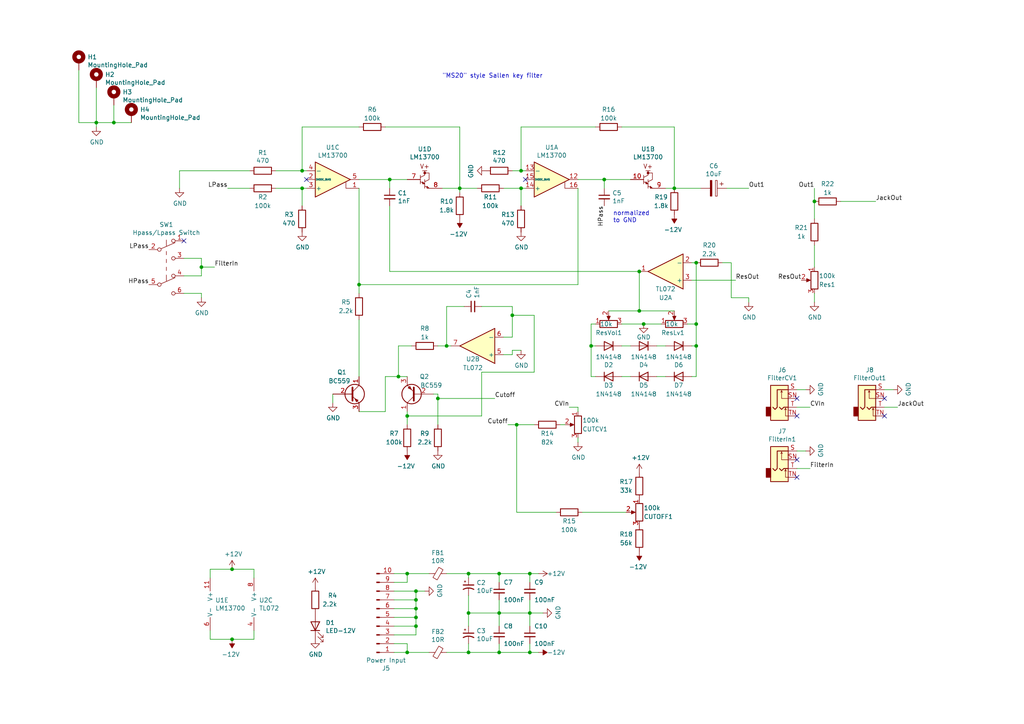
<source format=kicad_sch>
(kicad_sch (version 20211123) (generator eeschema)
  (paper "A4")
  (lib_symbols
    (symbol "Amplifier_Operational:LM13700" (pin_names (offset 0.127))
      (property "Reference" "U" (at 3.81 5.08 0))
      (property "Value" "LM13700" (at 5.08 -5.08 0))
      (symbol "LM13700_1_1"
        (polyline (pts (xy 3.81 -0.635) (xy 3.81 -2.54) (xy 5.08 -2.54)))
        (polyline (pts (xy 5.08 0) (xy -5.08 -5.08) (xy -5.08 5.08) (xy 5.08 0)) (stroke (width 0.254)) (fill (type background)))
        (pin output line (at 7.62 0 180) (length 2.54) (name "~") (number "12"))
        (pin input line (at -7.62 2.54 0) (length 2.54) (name "-") (number "13"))
        (pin input line (at -7.62 -2.54 0) (length 2.54) (name "+") (number "14"))
        (pin input line (at -7.62 0 0) (length 2.54) (name "DIODE_BIAS") (number "15"))
        (pin input line (at 7.62 -2.54 180) (length 2.54) (name "~") (number "16"))
      )
      (symbol "LM13700_2_0"
        (polyline (pts (xy -1.905 2.54) (xy -3.175 2.54)))
      )
      (symbol "LM13700_2_1"
        (circle (center -2.54 1.905) (radius 0.254) (stroke (width 0.254)) (fill (type outline)))
        (polyline (pts (xy -3.81 -0.635) (xy -2.54 -1.27)))
        (polyline (pts (xy -3.81 1.27) (xy -3.81 -1.27)))
        (polyline (pts (xy -2.54 -1.905) (xy -1.27 -2.54)))
        (polyline (pts (xy -2.54 0) (xy -2.54 -2.54)))
        (polyline (pts (xy -3.81 0.635) (xy -2.54 1.27) (xy -2.54 1.905) (xy -2.54 2.54)))
        (polyline (pts (xy -2.54 -1.27) (xy -3.175 -0.635) (xy -3.175 -1.27) (xy -2.54 -1.27)) (fill (type outline)))
        (polyline (pts (xy -2.54 -0.635) (xy -1.27 0) (xy -1.27 1.905) (xy -2.54 1.905)))
        (polyline (pts (xy -1.27 -2.54) (xy -1.905 -1.905) (xy -1.905 -2.54) (xy -1.27 -2.54)) (fill (type outline)))
        (text "V+" (at -2.54 3.81 0) (effects (font (size 1.27 1.27))))
        (pin input line (at -7.62 0 0) (length 3.81) (name "~") (number "10"))
        (pin output line (at 2.54 -2.54 180) (length 3.81) (name "~") (number "9"))
      )
      (symbol "LM13700_3_1"
        (polyline (pts (xy 3.81 -0.635) (xy 3.81 -2.54) (xy 5.08 -2.54)))
        (polyline (pts (xy 5.08 0) (xy -5.08 -5.08) (xy -5.08 5.08) (xy 5.08 0)) (stroke (width 0.254)) (fill (type background)))
        (pin input line (at 7.62 -2.54 180) (length 2.54) (name "~") (number "1"))
        (pin input line (at -7.62 0 0) (length 2.54) (name "DIODE_BIAS") (number "2"))
        (pin input line (at -7.62 -2.54 0) (length 2.54) (name "+") (number "3"))
        (pin input line (at -7.62 2.54 0) (length 2.54) (name "-") (number "4"))
        (pin output line (at 7.62 0 180) (length 2.54) (name "~") (number "5"))
      )
      (symbol "LM13700_4_0"
        (polyline (pts (xy -3.175 2.54) (xy -1.905 2.54)))
        (text "V+" (at -2.54 3.81 0) (effects (font (size 1.27 1.27))))
      )
      (symbol "LM13700_4_1"
        (circle (center -2.54 1.905) (radius 0.254) (stroke (width 0.254)) (fill (type outline)))
        (polyline (pts (xy -3.81 -0.635) (xy -2.54 -1.27)))
        (polyline (pts (xy -3.81 1.27) (xy -3.81 -1.27)))
        (polyline (pts (xy -2.54 -1.905) (xy -1.27 -2.54)))
        (polyline (pts (xy -2.54 0) (xy -2.54 -2.54)))
        (polyline (pts (xy -3.81 0.635) (xy -2.54 1.27) (xy -2.54 2.54)))
        (polyline (pts (xy -2.54 -1.27) (xy -3.175 -0.635) (xy -3.175 -1.27) (xy -2.54 -1.27)) (fill (type outline)))
        (polyline (pts (xy -2.54 -0.635) (xy -1.27 0) (xy -1.27 1.905) (xy -2.54 1.905)))
        (polyline (pts (xy -1.27 -2.54) (xy -1.905 -1.905) (xy -1.905 -2.54) (xy -1.27 -2.54)) (fill (type outline)))
        (pin input line (at -7.62 0 0) (length 3.81) (name "~") (number "7"))
        (pin output line (at 2.54 -2.54 180) (length 3.81) (name "~") (number "8"))
      )
      (symbol "LM13700_5_1"
        (pin power_in line (at -2.54 7.62 270) (length 3.81) (name "V+") (number "11"))
        (pin power_in line (at -2.54 -7.62 90) (length 3.81) (name "V-") (number "6"))
      )
    )
    (symbol "Amplifier_Operational:TL072" (pin_names (offset 0.127))
      (property "Reference" "U" (at 0 5.08 0))
      (property "Value" "TL072" (at 0 -5.08 0))
      (symbol "TL072_1_1"
        (polyline (pts (xy -5.08 5.08) (xy 5.08 0) (xy -5.08 -5.08) (xy -5.08 5.08)) (stroke (width 0.254)) (fill (type background)))
        (pin output line (at 7.62 0 180) (length 2.54) (name "~") (number "1"))
        (pin input line (at -7.62 -2.54 0) (length 2.54) (name "-") (number "2"))
        (pin input line (at -7.62 2.54 0) (length 2.54) (name "+") (number "3"))
      )
      (symbol "TL072_2_1"
        (polyline (pts (xy -5.08 5.08) (xy 5.08 0) (xy -5.08 -5.08) (xy -5.08 5.08)) (stroke (width 0.254)) (fill (type background)))
        (pin input line (at -7.62 2.54 0) (length 2.54) (name "+") (number "5"))
        (pin input line (at -7.62 -2.54 0) (length 2.54) (name "-") (number "6"))
        (pin output line (at 7.62 0 180) (length 2.54) (name "~") (number "7"))
      )
      (symbol "TL072_3_1"
        (pin power_in line (at -2.54 -7.62 90) (length 3.81) (name "V-") (number "4"))
        (pin power_in line (at -2.54 7.62 270) (length 3.81) (name "V+") (number "8"))
      )
    )
    (symbol "Connector:AudioJack2_Switch"
      (property "Reference" "J" (at 0 11.43 0))
      (property "Value" "AudioJack2_Switch" (at 0 8.89 0))
      (symbol "AudioJack2_Switch_0_1"
        (rectangle (start -2.54 0) (end -3.81 -2.54) (stroke (width 0.254)) (fill (type outline)))
        (rectangle (start 2.54 6.35) (end -2.54 -3.81) (stroke (width 0.254)) (fill (type background)))
      )
      (symbol "AudioJack2_Switch_1_1"
        (polyline (pts (xy 0.635 4.826) (xy 0.889 4.318)))
        (polyline (pts (xy 1.778 -0.254) (xy 2.032 -0.762)))
        (polyline (pts (xy 0 0) (xy 0.635 -0.635) (xy 1.27 0) (xy 2.54 0)) (stroke (width 0.254)))
        (polyline (pts (xy 2.54 -2.54) (xy 1.778 -2.54) (xy 1.778 -0.254) (xy 1.524 -0.762)))
        (polyline (pts (xy 2.54 2.54) (xy 0.635 2.54) (xy 0.635 4.826) (xy 0.381 4.318)))
        (polyline (pts (xy 2.54 5.08) (xy -0.635 5.08) (xy -0.635 0) (xy -1.27 -0.635) (xy -1.905 0)) (stroke (width 0.254)))
        (pin passive line (at 5.08 5.08 180) (length 2.54) (name "~") (number "S"))
        (pin passive line (at 5.08 2.54 180) (length 2.54) (name "~") (number "SN"))
        (pin passive line (at 5.08 0 180) (length 2.54) (name "~") (number "T"))
        (pin passive line (at 5.08 -2.54 180) (length 2.54) (name "~") (number "TN"))
      )
    )
    (symbol "Connector:Conn_01x10_Male" (pin_names (offset 1.016) hide)
      (property "Reference" "J" (at 0 12.7 0))
      (property "Value" "Conn_01x10_Male" (at 0 -15.24 0))
      (symbol "Conn_01x10_Male_1_1"
        (polyline (pts (xy 1.27 -12.7) (xy 0.8636 -12.7)) (stroke (width 0.1524)))
        (polyline (pts (xy 1.27 -10.16) (xy 0.8636 -10.16)) (stroke (width 0.1524)))
        (polyline (pts (xy 1.27 -7.62) (xy 0.8636 -7.62)) (stroke (width 0.1524)))
        (polyline (pts (xy 1.27 -5.08) (xy 0.8636 -5.08)) (stroke (width 0.1524)))
        (polyline (pts (xy 1.27 -2.54) (xy 0.8636 -2.54)) (stroke (width 0.1524)))
        (polyline (pts (xy 1.27 0) (xy 0.8636 0)) (stroke (width 0.1524)))
        (polyline (pts (xy 1.27 2.54) (xy 0.8636 2.54)) (stroke (width 0.1524)))
        (polyline (pts (xy 1.27 5.08) (xy 0.8636 5.08)) (stroke (width 0.1524)))
        (polyline (pts (xy 1.27 7.62) (xy 0.8636 7.62)) (stroke (width 0.1524)))
        (polyline (pts (xy 1.27 10.16) (xy 0.8636 10.16)) (stroke (width 0.1524)))
        (rectangle (start 0.8636 -12.573) (end 0 -12.827) (stroke (width 0.1524)) (fill (type outline)))
        (rectangle (start 0.8636 -10.033) (end 0 -10.287) (stroke (width 0.1524)) (fill (type outline)))
        (rectangle (start 0.8636 -7.493) (end 0 -7.747) (stroke (width 0.1524)) (fill (type outline)))
        (rectangle (start 0.8636 -4.953) (end 0 -5.207) (stroke (width 0.1524)) (fill (type outline)))
        (rectangle (start 0.8636 -2.413) (end 0 -2.667) (stroke (width 0.1524)) (fill (type outline)))
        (rectangle (start 0.8636 0.127) (end 0 -0.127) (stroke (width 0.1524)) (fill (type outline)))
        (rectangle (start 0.8636 2.667) (end 0 2.413) (stroke (width 0.1524)) (fill (type outline)))
        (rectangle (start 0.8636 5.207) (end 0 4.953) (stroke (width 0.1524)) (fill (type outline)))
        (rectangle (start 0.8636 7.747) (end 0 7.493) (stroke (width 0.1524)) (fill (type outline)))
        (rectangle (start 0.8636 10.287) (end 0 10.033) (stroke (width 0.1524)) (fill (type outline)))
        (pin passive line (at 5.08 10.16 180) (length 3.81) (name "Pin_1") (number "1"))
        (pin passive line (at 5.08 -12.7 180) (length 3.81) (name "Pin_10") (number "10"))
        (pin passive line (at 5.08 7.62 180) (length 3.81) (name "Pin_2") (number "2"))
        (pin passive line (at 5.08 5.08 180) (length 3.81) (name "Pin_3") (number "3"))
        (pin passive line (at 5.08 2.54 180) (length 3.81) (name "Pin_4") (number "4"))
        (pin passive line (at 5.08 0 180) (length 3.81) (name "Pin_5") (number "5"))
        (pin passive line (at 5.08 -2.54 180) (length 3.81) (name "Pin_6") (number "6"))
        (pin passive line (at 5.08 -5.08 180) (length 3.81) (name "Pin_7") (number "7"))
        (pin passive line (at 5.08 -7.62 180) (length 3.81) (name "Pin_8") (number "8"))
        (pin passive line (at 5.08 -10.16 180) (length 3.81) (name "Pin_9") (number "9"))
      )
    )
    (symbol "Device:CP" (pin_numbers hide) (pin_names (offset 0.254))
      (property "Reference" "C" (at 0.635 2.54 0))
      (property "Value" "Device_CP" (at 0.635 -2.54 0))
      (symbol "CP_0_1"
        (rectangle (start -2.286 0.508) (end 2.286 1.016))
        (polyline (pts (xy -1.778 2.286) (xy -0.762 2.286)))
        (polyline (pts (xy -1.27 2.794) (xy -1.27 1.778)))
        (rectangle (start 2.286 -0.508) (end -2.286 -1.016) (fill (type outline)))
      )
      (symbol "CP_1_1"
        (pin passive line (at 0 3.81 270) (length 2.794) (name "~") (number "1"))
        (pin passive line (at 0 -3.81 90) (length 2.794) (name "~") (number "2"))
      )
    )
    (symbol "Device:CP1_Small" (pin_numbers hide) (pin_names (offset 0.254) hide)
      (property "Reference" "C" (at 0.254 1.778 0))
      (property "Value" "Device_CP1_Small" (at 0.254 -2.032 0))
      (symbol "CP1_Small_0_1"
        (polyline (pts (xy -1.524 0.508) (xy 1.524 0.508)) (stroke (width 0.3048)))
        (polyline (pts (xy -1.27 1.524) (xy -0.762 1.524)))
        (polyline (pts (xy -1.016 1.27) (xy -1.016 1.778)))
        (arc (start 1.524 -0.762) (mid 0 -0.3734) (end -1.524 -0.762) (stroke (width 0.3048)))
      )
      (symbol "CP1_Small_1_1"
        (pin passive line (at 0 2.54 270) (length 2.032) (name "~") (number "1"))
        (pin passive line (at 0 -2.54 90) (length 2.032) (name "~") (number "2"))
      )
    )
    (symbol "Device:C_Small" (pin_numbers hide) (pin_names (offset 0.254) hide)
      (property "Reference" "C" (at 0.254 1.778 0))
      (property "Value" "C_Small" (at 0.254 -2.032 0))
      (symbol "C_Small_0_1"
        (polyline (pts (xy -1.524 -0.508) (xy 1.524 -0.508)) (stroke (width 0.3302)))
        (polyline (pts (xy -1.524 0.508) (xy 1.524 0.508)) (stroke (width 0.3048)))
      )
      (symbol "C_Small_1_1"
        (pin passive line (at 0 2.54 270) (length 2.032) (name "~") (number "1"))
        (pin passive line (at 0 -2.54 90) (length 2.032) (name "~") (number "2"))
      )
    )
    (symbol "Device:D" (pin_numbers hide) (pin_names (offset 1.016) hide)
      (property "Reference" "D" (at 0 2.54 0))
      (property "Value" "D" (at 0 -2.54 0))
      (symbol "D_0_1"
        (polyline (pts (xy -1.27 1.27) (xy -1.27 -1.27)) (stroke (width 0.254)))
        (polyline (pts (xy 1.27 0) (xy -1.27 0)))
        (polyline (pts (xy 1.27 1.27) (xy 1.27 -1.27) (xy -1.27 0) (xy 1.27 1.27)) (stroke (width 0.254)))
      )
      (symbol "D_1_1"
        (pin passive line (at -3.81 0 0) (length 2.54) (name "K") (number "1"))
        (pin passive line (at 3.81 0 180) (length 2.54) (name "A") (number "2"))
      )
    )
    (symbol "Device:Ferrite_Bead_Small" (pin_numbers hide) (pin_names (offset 0))
      (property "Reference" "FB" (at 1.905 1.27 0))
      (property "Value" "Device_Ferrite_Bead_Small" (at 1.905 -1.27 0))
      (symbol "Ferrite_Bead_Small_0_1"
        (polyline (pts (xy 0 -1.27) (xy 0 -0.7874)))
        (polyline (pts (xy 0 0.889) (xy 0 1.2954)))
        (polyline (pts (xy -1.8288 0.2794) (xy -1.1176 1.4986) (xy 1.8288 -0.2032) (xy 1.1176 -1.4224) (xy -1.8288 0.2794)))
      )
      (symbol "Ferrite_Bead_Small_1_1"
        (pin passive line (at 0 2.54 270) (length 1.27) (name "~") (number "1"))
        (pin passive line (at 0 -2.54 90) (length 1.27) (name "~") (number "2"))
      )
    )
    (symbol "Device:LED" (pin_numbers hide) (pin_names (offset 1.016) hide)
      (property "Reference" "D" (at 0 2.54 0))
      (property "Value" "LED" (at 0 -2.54 0))
      (symbol "LED_0_1"
        (polyline (pts (xy -1.27 -1.27) (xy -1.27 1.27)) (stroke (width 0.254)))
        (polyline (pts (xy -1.27 0) (xy 1.27 0)))
        (polyline (pts (xy 1.27 -1.27) (xy 1.27 1.27) (xy -1.27 0) (xy 1.27 -1.27)) (stroke (width 0.254)))
        (polyline (pts (xy -3.048 -0.762) (xy -4.572 -2.286) (xy -3.81 -2.286) (xy -4.572 -2.286) (xy -4.572 -1.524)))
        (polyline (pts (xy -1.778 -0.762) (xy -3.302 -2.286) (xy -2.54 -2.286) (xy -3.302 -2.286) (xy -3.302 -1.524)))
      )
      (symbol "LED_1_1"
        (pin passive line (at -3.81 0 0) (length 2.54) (name "K") (number "1"))
        (pin passive line (at 3.81 0 180) (length 2.54) (name "A") (number "2"))
      )
    )
    (symbol "Device:R" (pin_numbers hide) (pin_names (offset 0))
      (property "Reference" "R" (at 2.032 0 90))
      (property "Value" "R" (at 0 0 90))
      (symbol "R_0_1"
        (rectangle (start -1.016 -2.54) (end 1.016 2.54) (stroke (width 0.254)))
      )
      (symbol "R_1_1"
        (pin passive line (at 0 3.81 270) (length 1.27) (name "~") (number "1"))
        (pin passive line (at 0 -3.81 90) (length 1.27) (name "~") (number "2"))
      )
    )
    (symbol "Device:R_POT" (pin_names (offset 1.016) hide)
      (property "Reference" "RV" (at -4.445 0 90))
      (property "Value" "Device_R_POT" (at -2.54 0 90))
      (symbol "R_POT_0_1"
        (polyline (pts (xy 2.54 0) (xy 1.524 0)))
        (polyline (pts (xy 1.143 0) (xy 2.286 0.508) (xy 2.286 -0.508) (xy 1.143 0)) (fill (type outline)))
        (rectangle (start 1.016 2.54) (end -1.016 -2.54) (stroke (width 0.254)))
      )
      (symbol "R_POT_1_1"
        (pin passive line (at 0 3.81 270) (length 1.27) (name "1") (number "1"))
        (pin passive line (at 3.81 0 180) (length 1.27) (name "2") (number "2"))
        (pin passive line (at 0 -3.81 90) (length 1.27) (name "3") (number "3"))
      )
    )
    (symbol "Mechanical:MountingHole_Pad" (pin_numbers hide) (pin_names (offset 1.016) hide)
      (property "Reference" "H" (at 0 6.35 0))
      (property "Value" "MountingHole_Pad" (at 0 4.445 0))
      (symbol "MountingHole_Pad_0_1"
        (circle (center 0 1.27) (radius 1.27) (stroke (width 1.27)))
      )
      (symbol "MountingHole_Pad_1_1"
        (pin input line (at 0 -2.54 90) (length 2.54) (name "1") (number "1"))
      )
    )
    (symbol "Switch:SW_Push_DPDT" (pin_names (offset 0) hide)
      (property "Reference" "SW" (at 0 8.89 0))
      (property "Value" "SW_Push_DPDT" (at 0 -10.16 0))
      (symbol "SW_Push_DPDT_0_0"
        (circle (center -2.032 -5.08) (radius 0.508))
        (circle (center -2.032 5.08) (radius 0.508))
        (circle (center 2.032 -7.62) (radius 0.508))
        (circle (center 2.032 2.54) (radius 0.508))
      )
      (symbol "SW_Push_DPDT_0_1"
        (polyline (pts (xy -1.524 -4.826) (xy 2.54 -3.048)))
        (polyline (pts (xy -1.524 5.334) (xy 2.54 7.112)))
        (polyline (pts (xy 0 -2.286) (xy 0 -4.064)))
        (polyline (pts (xy 0 -1.016) (xy 0 0)))
        (polyline (pts (xy 0 1.27) (xy 0 2.286)))
        (polyline (pts (xy 0 3.556) (xy 0 4.572)))
        (polyline (pts (xy 0 7.874) (xy 0 6.096)))
        (circle (center 2.032 -2.54) (radius 0.508))
        (circle (center 2.032 7.62) (radius 0.508))
      )
      (symbol "SW_Push_DPDT_1_1"
        (pin passive line (at 5.08 7.62 180) (length 2.54) (name "A") (number "1"))
        (pin passive line (at -5.08 5.08 0) (length 2.54) (name "B") (number "2"))
        (pin passive line (at 5.08 2.54 180) (length 2.54) (name "C") (number "3"))
        (pin passive line (at 5.08 -2.54 180) (length 2.54) (name "A") (number "4"))
        (pin passive line (at -5.08 -5.08 0) (length 2.54) (name "B") (number "5"))
        (pin passive line (at 5.08 -7.62 180) (length 2.54) (name "C") (number "6"))
      )
    )
    (symbol "Transistor_BJT:BC559" (pin_names (offset 0) hide)
      (property "Reference" "Q" (at 5.08 1.905 0))
      (property "Value" "BC559" (at 5.08 0 0))
      (symbol "BC559_0_1"
        (polyline (pts (xy 0.635 0.635) (xy 2.54 2.54)))
        (polyline (pts (xy 0.635 -0.635) (xy 2.54 -2.54) (xy 2.54 -2.54)))
        (polyline (pts (xy 0.635 1.905) (xy 0.635 -1.905) (xy 0.635 -1.905)) (stroke (width 0.508)))
        (polyline (pts (xy 2.286 -1.778) (xy 1.778 -2.286) (xy 1.27 -1.27) (xy 2.286 -1.778) (xy 2.286 -1.778)) (fill (type outline)))
        (circle (center 1.27 0) (radius 2.8194) (stroke (width 0.254)))
      )
      (symbol "BC559_1_1"
        (pin passive line (at 2.54 5.08 270) (length 2.54) (name "C") (number "1"))
        (pin input line (at -5.08 0 0) (length 5.715) (name "B") (number "2"))
        (pin passive line (at 2.54 -5.08 90) (length 2.54) (name "E") (number "3"))
      )
    )
    (symbol "power:+12V" (power) (pin_names (offset 0))
      (property "Value" "+12V" (at 0 3.556 0))
      (symbol "+12V_0_1"
        (polyline (pts (xy -0.762 1.27) (xy 0 2.54)))
        (polyline (pts (xy 0 0) (xy 0 2.54)))
        (polyline (pts (xy 0 2.54) (xy 0.762 1.27)))
      )
      (symbol "+12V_1_1"
        (pin power_in line (at 0 0 90) (length 0) hide (name "+12V") (number "1"))
      )
    )
    (symbol "power:-12V" (power) (pin_names (offset 0))
      (property "Value" "-12V" (at 0 3.81 0))
      (symbol "-12V_0_0"
        (pin power_in line (at 0 0 90) (length 0) hide (name "-12V") (number "1"))
      )
      (symbol "-12V_0_1"
        (polyline (pts (xy 0 0) (xy 0 1.27) (xy 0.762 1.27) (xy 0 2.54) (xy -0.762 1.27) (xy 0 1.27)) (fill (type outline)))
      )
    )
    (symbol "power:GND" (power) (pin_names (offset 0))
      (property "Value" "GND" (at 0 -3.81 0))
      (symbol "GND_0_1"
        (polyline (pts (xy 0 0) (xy 0 -1.27) (xy 1.27 -1.27) (xy 0 -2.54) (xy -1.27 -1.27) (xy 0 -1.27)))
      )
      (symbol "GND_1_1"
        (pin power_in line (at 0 0 270) (length 0) hide (name "GND") (number "1"))
      )
    )
  )
  (junction (at 118.11 120.65))
  (junction (at 153.67 166.37))
  (junction (at 104.14 82.55))
  (junction (at 186.69 93.98))
  (junction (at 153.67 189.23))
  (junction (at 120.65 179.07))
  (junction (at 133.35 54.61))
  (junction (at 58.42 77.47))
  (junction (at 201.93 93.98))
  (junction (at 33.02 35.56))
  (junction (at 151.13 49.53))
  (junction (at 129.54 100.33))
  (junction (at 144.78 166.37))
  (junction (at 113.03 52.07))
  (junction (at 201.93 76.2))
  (junction (at 135.89 189.23))
  (junction (at 148.59 91.44))
  (junction (at 171.45 100.33))
  (junction (at 120.65 181.61))
  (junction (at 118.11 166.37))
  (junction (at 120.65 176.53))
  (junction (at 149.86 123.19))
  (junction (at 185.42 90.17))
  (junction (at 151.13 54.61))
  (junction (at 67.31 165.1))
  (junction (at 201.93 100.33))
  (junction (at 120.65 173.99))
  (junction (at 27.94 35.56))
  (junction (at 87.63 54.61))
  (junction (at 120.65 171.45))
  (junction (at 144.78 177.8))
  (junction (at 135.89 177.8))
  (junction (at 135.89 166.37))
  (junction (at 195.58 54.61))
  (junction (at 236.22 58.42))
  (junction (at 67.31 185.42))
  (junction (at 144.78 189.23))
  (junction (at 118.11 189.23))
  (junction (at 153.67 177.8))
  (junction (at 87.63 49.53))
  (junction (at 127 115.57))
  (junction (at 175.26 52.07))
  (junction (at 185.42 78.74))
  (junction (at 115.57 109.22))
  (no_connect (at 53.34 69.85))
  (no_connect (at 256.54 120.65))
  (no_connect (at 231.14 133.35))
  (no_connect (at 152.4 52.07))
  (no_connect (at 231.14 120.65))
  (no_connect (at 231.14 115.57))
  (no_connect (at 256.54 115.57))
  (no_connect (at 231.14 138.43))
  (no_connect (at 88.9 52.07))
  (wire (pts (xy 58.42 74.93) (xy 58.42 77.47)))
  (wire (pts (xy 120.65 181.61) (xy 120.65 179.07)))
  (wire (pts (xy 148.59 91.44) (xy 148.59 88.9)))
  (wire (pts (xy 231.14 130.81) (xy 233.68 130.81)))
  (wire (pts (xy 201.93 93.98) (xy 201.93 100.33)))
  (wire (pts (xy 87.63 54.61) (xy 87.63 59.69)))
  (wire (pts (xy 118.11 120.65) (xy 139.7 120.65)))
  (wire (pts (xy 200.66 100.33) (xy 201.93 100.33)))
  (wire (pts (xy 144.78 189.23) (xy 153.67 189.23)))
  (wire (pts (xy 135.89 186.69) (xy 135.89 189.23)))
  (wire (pts (xy 167.64 127) (xy 167.64 128.27)))
  (wire (pts (xy 171.45 100.33) (xy 171.45 109.22)))
  (wire (pts (xy 171.45 109.22) (xy 172.72 109.22)))
  (wire (pts (xy 38.1 35.56) (xy 33.02 35.56)))
  (wire (pts (xy 236.22 87.63) (xy 236.22 85.09)))
  (wire (pts (xy 72.39 49.53) (xy 52.07 49.53)))
  (wire (pts (xy 185.42 78.74) (xy 113.03 78.74)))
  (wire (pts (xy 125.73 114.3) (xy 127 114.3)))
  (wire (pts (xy 153.67 177.8) (xy 157.48 177.8)))
  (wire (pts (xy 67.31 185.42) (xy 60.96 185.42)))
  (wire (pts (xy 135.89 189.23) (xy 144.78 189.23)))
  (wire (pts (xy 127 114.3) (xy 127 115.57)))
  (wire (pts (xy 182.88 109.22) (xy 180.34 109.22)))
  (wire (pts (xy 185.42 78.74) (xy 185.42 90.17)))
  (wire (pts (xy 123.19 171.45) (xy 120.65 171.45)))
  (wire (pts (xy 114.3 171.45) (xy 120.65 171.45)))
  (wire (pts (xy 135.89 172.72) (xy 135.89 177.8)))
  (wire (pts (xy 209.55 76.2) (xy 212.09 76.2)))
  (wire (pts (xy 151.13 49.53) (xy 152.4 49.53)))
  (wire (pts (xy 114.3 168.91) (xy 118.11 168.91)))
  (wire (pts (xy 175.26 52.07) (xy 175.26 54.61)))
  (wire (pts (xy 139.7 120.65) (xy 139.7 107.95)))
  (wire (pts (xy 148.59 97.79) (xy 148.59 91.44)))
  (wire (pts (xy 113.03 78.74) (xy 113.03 59.69)))
  (wire (pts (xy 128.27 54.61) (xy 133.35 54.61)))
  (wire (pts (xy 104.14 82.55) (xy 104.14 54.61)))
  (wire (pts (xy 144.78 186.69) (xy 144.78 189.23)))
  (wire (pts (xy 115.57 100.33) (xy 115.57 109.22)))
  (wire (pts (xy 114.3 186.69) (xy 118.11 186.69)))
  (wire (pts (xy 151.13 54.61) (xy 146.05 54.61)))
  (wire (pts (xy 153.67 173.99) (xy 153.67 177.8)))
  (wire (pts (xy 180.34 93.98) (xy 186.69 93.98)))
  (wire (pts (xy 167.64 82.55) (xy 104.14 82.55)))
  (wire (pts (xy 120.65 171.45) (xy 120.65 173.99)))
  (wire (pts (xy 172.72 100.33) (xy 171.45 100.33)))
  (wire (pts (xy 118.11 120.65) (xy 118.11 123.19)))
  (wire (pts (xy 127 100.33) (xy 129.54 100.33)))
  (wire (pts (xy 256.54 113.03) (xy 259.08 113.03)))
  (wire (pts (xy 114.3 173.99) (xy 120.65 173.99)))
  (wire (pts (xy 72.39 54.61) (xy 66.04 54.61)))
  (wire (pts (xy 153.67 166.37) (xy 156.21 166.37)))
  (wire (pts (xy 234.95 135.89) (xy 231.14 135.89)))
  (wire (pts (xy 58.42 85.09) (xy 53.34 85.09)))
  (wire (pts (xy 104.14 119.38) (xy 111.76 119.38)))
  (wire (pts (xy 120.65 179.07) (xy 120.65 176.53)))
  (wire (pts (xy 22.86 20.32) (xy 22.86 35.56)))
  (wire (pts (xy 212.09 76.2) (xy 212.09 86.36)))
  (wire (pts (xy 144.78 177.8) (xy 144.78 181.61)))
  (wire (pts (xy 236.22 71.12) (xy 236.22 77.47)))
  (wire (pts (xy 212.09 86.36) (xy 217.17 86.36)))
  (wire (pts (xy 149.86 123.19) (xy 147.32 123.19)))
  (wire (pts (xy 203.2 54.61) (xy 195.58 54.61)))
  (wire (pts (xy 87.63 36.83) (xy 87.63 49.53)))
  (wire (pts (xy 149.86 148.59) (xy 161.29 148.59)))
  (wire (pts (xy 87.63 49.53) (xy 80.01 49.53)))
  (wire (pts (xy 52.07 49.53) (xy 52.07 54.61)))
  (wire (pts (xy 73.66 182.88) (xy 73.66 185.42)))
  (wire (pts (xy 33.02 35.56) (xy 27.94 35.56)))
  (wire (pts (xy 154.94 107.95) (xy 154.94 91.44)))
  (wire (pts (xy 167.64 54.61) (xy 167.64 82.55)))
  (wire (pts (xy 193.04 109.22) (xy 190.5 109.22)))
  (wire (pts (xy 135.89 166.37) (xy 144.78 166.37)))
  (wire (pts (xy 195.58 36.83) (xy 180.34 36.83)))
  (wire (pts (xy 151.13 54.61) (xy 151.13 59.69)))
  (wire (pts (xy 114.3 189.23) (xy 118.11 189.23)))
  (wire (pts (xy 180.34 100.33) (xy 182.88 100.33)))
  (wire (pts (xy 135.89 167.64) (xy 135.89 166.37)))
  (wire (pts (xy 144.78 166.37) (xy 153.67 166.37)))
  (wire (pts (xy 153.67 177.8) (xy 153.67 181.61)))
  (wire (pts (xy 168.91 148.59) (xy 181.61 148.59)))
  (wire (pts (xy 111.76 109.22) (xy 115.57 109.22)))
  (wire (pts (xy 201.93 100.33) (xy 201.93 109.22)))
  (wire (pts (xy 201.93 93.98) (xy 199.39 93.98)))
  (wire (pts (xy 186.69 93.98) (xy 191.77 93.98)))
  (wire (pts (xy 148.59 101.6) (xy 151.13 101.6)))
  (wire (pts (xy 127 115.57) (xy 127 123.19)))
  (wire (pts (xy 146.05 102.87) (xy 148.59 102.87)))
  (wire (pts (xy 134.62 88.9) (xy 129.54 88.9)))
  (wire (pts (xy 96.52 114.3) (xy 96.52 116.84)))
  (wire (pts (xy 153.67 189.23) (xy 156.21 189.23)))
  (wire (pts (xy 67.31 165.1) (xy 73.66 165.1)))
  (wire (pts (xy 210.82 54.61) (xy 217.17 54.61)))
  (wire (pts (xy 146.05 97.79) (xy 148.59 97.79)))
  (wire (pts (xy 113.03 52.07) (xy 118.11 52.07)))
  (wire (pts (xy 118.11 166.37) (xy 124.46 166.37)))
  (wire (pts (xy 162.56 123.19) (xy 163.83 123.19)))
  (wire (pts (xy 148.59 102.87) (xy 148.59 101.6)))
  (wire (pts (xy 120.65 184.15) (xy 120.65 181.61)))
  (wire (pts (xy 135.89 177.8) (xy 144.78 177.8)))
  (wire (pts (xy 113.03 52.07) (xy 113.03 54.61)))
  (wire (pts (xy 149.86 123.19) (xy 154.94 123.19)))
  (wire (pts (xy 67.31 185.42) (xy 73.66 185.42)))
  (wire (pts (xy 148.59 49.53) (xy 151.13 49.53)))
  (wire (pts (xy 62.23 77.47) (xy 58.42 77.47)))
  (wire (pts (xy 104.14 82.55) (xy 104.14 85.09)))
  (wire (pts (xy 139.7 107.95) (xy 154.94 107.95)))
  (wire (pts (xy 104.14 52.07) (xy 113.03 52.07)))
  (wire (pts (xy 73.66 165.1) (xy 73.66 167.64)))
  (wire (pts (xy 27.94 25.4) (xy 27.94 35.56)))
  (wire (pts (xy 236.22 58.42) (xy 236.22 63.5)))
  (wire (pts (xy 60.96 165.1) (xy 60.96 167.64)))
  (wire (pts (xy 153.67 186.69) (xy 153.67 189.23)))
  (wire (pts (xy 133.35 54.61) (xy 138.43 54.61)))
  (wire (pts (xy 80.01 54.61) (xy 87.63 54.61)))
  (wire (pts (xy 213.36 81.28) (xy 200.66 81.28)))
  (wire (pts (xy 243.84 58.42) (xy 254 58.42)))
  (wire (pts (xy 58.42 80.01) (xy 53.34 80.01)))
  (wire (pts (xy 234.95 118.11) (xy 231.14 118.11)))
  (wire (pts (xy 144.78 177.8) (xy 153.67 177.8)))
  (wire (pts (xy 148.59 88.9) (xy 139.7 88.9)))
  (wire (pts (xy 127 115.57) (xy 143.51 115.57)))
  (wire (pts (xy 135.89 177.8) (xy 135.89 181.61)))
  (wire (pts (xy 167.64 52.07) (xy 175.26 52.07)))
  (wire (pts (xy 144.78 173.99) (xy 144.78 177.8)))
  (wire (pts (xy 60.96 182.88) (xy 60.96 185.42)))
  (wire (pts (xy 33.02 30.48) (xy 33.02 35.56)))
  (wire (pts (xy 153.67 166.37) (xy 153.67 168.91)))
  (wire (pts (xy 120.65 173.99) (xy 120.65 176.53)))
  (wire (pts (xy 190.5 100.33) (xy 193.04 100.33)))
  (wire (pts (xy 133.35 55.88) (xy 133.35 54.61)))
  (wire (pts (xy 104.14 36.83) (xy 87.63 36.83)))
  (wire (pts (xy 118.11 119.38) (xy 118.11 120.65)))
  (wire (pts (xy 217.17 86.36) (xy 217.17 87.63)))
  (wire (pts (xy 185.42 90.17) (xy 195.58 90.17)))
  (wire (pts (xy 260.35 118.11) (xy 256.54 118.11)))
  (wire (pts (xy 201.93 76.2) (xy 201.93 93.98)))
  (wire (pts (xy 22.86 35.56) (xy 27.94 35.56)))
  (wire (pts (xy 172.72 36.83) (xy 151.13 36.83)))
  (wire (pts (xy 118.11 186.69) (xy 118.11 189.23)))
  (wire (pts (xy 27.94 35.56) (xy 27.94 36.83)))
  (wire (pts (xy 133.35 54.61) (xy 133.35 36.83)))
  (wire (pts (xy 118.11 168.91) (xy 118.11 166.37)))
  (wire (pts (xy 114.3 184.15) (xy 120.65 184.15)))
  (wire (pts (xy 119.38 100.33) (xy 115.57 100.33)))
  (wire (pts (xy 115.57 109.22) (xy 118.11 109.22)))
  (wire (pts (xy 165.1 118.11) (xy 167.64 118.11)))
  (wire (pts (xy 114.3 181.61) (xy 120.65 181.61)))
  (wire (pts (xy 195.58 54.61) (xy 195.58 36.83)))
  (wire (pts (xy 111.76 119.38) (xy 111.76 109.22)))
  (wire (pts (xy 185.42 90.17) (xy 176.53 90.17)))
  (wire (pts (xy 144.78 168.91) (xy 144.78 166.37)))
  (wire (pts (xy 114.3 166.37) (xy 118.11 166.37)))
  (wire (pts (xy 120.65 176.53) (xy 114.3 176.53)))
  (wire (pts (xy 193.04 54.61) (xy 195.58 54.61)))
  (wire (pts (xy 129.54 166.37) (xy 135.89 166.37)))
  (wire (pts (xy 151.13 36.83) (xy 151.13 49.53)))
  (wire (pts (xy 114.3 179.07) (xy 120.65 179.07)))
  (wire (pts (xy 175.26 52.07) (xy 182.88 52.07)))
  (wire (pts (xy 231.14 113.03) (xy 233.68 113.03)))
  (wire (pts (xy 104.14 92.71) (xy 104.14 109.22)))
  (wire (pts (xy 151.13 54.61) (xy 152.4 54.61)))
  (wire (pts (xy 149.86 123.19) (xy 149.86 148.59)))
  (wire (pts (xy 129.54 88.9) (xy 129.54 100.33)))
  (wire (pts (xy 67.31 165.1) (xy 60.96 165.1)))
  (wire (pts (xy 201.93 76.2) (xy 200.66 76.2)))
  (wire (pts (xy 58.42 77.47) (xy 58.42 80.01)))
  (wire (pts (xy 88.9 49.53) (xy 87.63 49.53)))
  (wire (pts (xy 201.93 109.22) (xy 200.66 109.22)))
  (wire (pts (xy 87.63 54.61) (xy 88.9 54.61)))
  (wire (pts (xy 236.22 54.61) (xy 236.22 58.42)))
  (wire (pts (xy 154.94 91.44) (xy 148.59 91.44)))
  (wire (pts (xy 129.54 189.23) (xy 135.89 189.23)))
  (wire (pts (xy 53.34 74.93) (xy 58.42 74.93)))
  (wire (pts (xy 171.45 93.98) (xy 171.45 100.33)))
  (wire (pts (xy 133.35 36.83) (xy 111.76 36.83)))
  (wire (pts (xy 172.72 93.98) (xy 171.45 93.98)))
  (wire (pts (xy 167.64 118.11) (xy 167.64 119.38)))
  (wire (pts (xy 58.42 86.36) (xy 58.42 85.09)))
  (wire (pts (xy 118.11 189.23) (xy 124.46 189.23)))
  (wire (pts (xy 129.54 100.33) (xy 130.81 100.33)))
  (text "normalized \nto GND" (at 177.8 64.77 0) (effects (font (size 1.27 1.27)) (justify left bottom)))
  (text "\"MS20\" style Sallen key filter" (at 128.27 22.86 0) (effects (font (size 1.27 1.27)) (justify left bottom)))
  (label "HPass" (at 175.26 59.69 270))
  (label "ResOut" (at 232.41 81.28 180))
  (label "FilterIn" (at 234.95 135.89 0))
  (label "JackOut" (at 260.35 118.11 0))
  (label "LPass" (at 66.04 54.61 180))
  (label "CVIn" (at 234.95 118.11 0))
  (label "HPass" (at 43.18 82.55 180))
  (label "Cutoff" (at 143.51 115.57 0))
  (label "LPass" (at 43.18 72.39 180))
  (label "CVIn" (at 165.1 118.11 180))
  (label "Cutoff" (at 147.32 123.19 180))
  (label "FilterIn" (at 62.23 77.47 0))
  (label "ResOut" (at 213.36 81.28 0))
  (label "JackOut" (at 254 58.42 0))
  (label "Out1" (at 236.22 54.61 180))
  (label "Out1" (at 217.17 54.61 0))
  (symbol (lib_id "Amplifier_Operational:LM13700") (at 160.02 52.07 0) (unit 1)
    (property "Reference" "U1" (at 160.02 42.7482 0))
    (property "Value" "LM13700" (at 160.02 45.0596 0))
    (property "Footprint" "Package_SO:SOIC-16_3.9x9.9mm_P1.27mm" (effects hide))
    (property "Datasheet" "http://www.ti.com/lit/ds/symlink/lm13700.pdf" (effects hide))
  )
  (symbol (lib_id "Amplifier_Operational:LM13700") (at 96.52 52.07 0) (unit 3)
    (property "Reference" "U1" (at 96.52 42.7482 0))
    (property "Value" "LM13700" (at 96.52 45.0596 0))
    (property "Footprint" "Package_SO:SOIC-16_3.9x9.9mm_P1.27mm" (effects hide))
    (property "Datasheet" "http://www.ti.com/lit/ds/symlink/lm13700.pdf" (effects hide))
  )
  (symbol (lib_id "Amplifier_Operational:LM13700") (at 190.5 52.07 0) (unit 2)
    (property "Reference" "U1" (at 187.96 43.2308 0))
    (property "Value" "LM13700" (at 187.96 45.5422 0))
    (property "Footprint" "Package_SO:SOIC-16_3.9x9.9mm_P1.27mm" (effects hide))
    (property "Datasheet" "http://www.ti.com/lit/ds/symlink/lm13700.pdf" (effects hide))
  )
  (symbol (lib_id "Amplifier_Operational:LM13700") (at 125.73 52.07 0) (unit 4)
    (property "Reference" "U1" (at 123.19 43.2308 0))
    (property "Value" "LM13700" (at 123.19 45.5422 0))
    (property "Footprint" "Package_SO:SOIC-16_3.9x9.9mm_P1.27mm" (effects hide))
    (property "Datasheet" "http://www.ti.com/lit/ds/symlink/lm13700.pdf" (effects hide))
  )
  (symbol (lib_id "Amplifier_Operational:TL072") (at 193.04 78.74 180) (unit 1)
    (property "Reference" "U2" (at 193.04 86.36 0))
    (property "Value" "TL072" (at 193.04 83.82 0))
    (property "Footprint" "Package_DIP:DIP-8_W7.62mm_Socket" (effects hide))
    (property "Datasheet" "http://www.ti.com/lit/ds/symlink/tl071.pdf" (effects hide))
  )
  (symbol (lib_id "Amplifier_Operational:TL072") (at 138.43 100.33 180) (unit 2)
    (property "Reference" "U2" (at 137.16 104.14 0))
    (property "Value" "TL072" (at 137.16 106.68 0))
    (property "Footprint" "Package_DIP:DIP-8_W7.62mm_Socket" (effects hide))
    (property "Datasheet" "http://www.ti.com/lit/ds/symlink/tl071.pdf" (effects hide))
  )
  (symbol (lib_id "Device:R") (at 76.2 54.61 90) (unit 1)
    (property "Reference" "R2" (at 76.2 57.15 90))
    (property "Value" "100k" (at 76.2 59.69 90))
    (property "Footprint" "Resistor_THT:R_Axial_DIN0207_L6.3mm_D2.5mm_P10.16mm_Horizontal" (effects hide))
  )
  (symbol (lib_id "Device:R") (at 76.2 49.53 90) (unit 1)
    (property "Reference" "R1" (at 76.2 44.2722 90))
    (property "Value" "470" (at 76.2 46.5836 90))
    (property "Footprint" "Resistor_THT:R_Axial_DIN0207_L6.3mm_D2.5mm_P10.16mm_Horizontal" (effects hide))
  )
  (symbol (lib_id "Device:R") (at 87.63 63.5 180) (unit 1)
    (property "Reference" "R3" (at 83.82 62.23 0))
    (property "Value" "470" (at 83.82 64.77 0))
    (property "Footprint" "Resistor_THT:R_Axial_DIN0207_L6.3mm_D2.5mm_P10.16mm_Horizontal" (effects hide))
  )
  (symbol (lib_id "power:GND") (at 87.63 67.31 0) (unit 1)
    (property "Reference" "#PWR09" (effects hide))
    (property "Value" "GND" (at 87.757 71.7042 0))
  )
  (symbol (lib_id "power:GND") (at 52.07 54.61 0) (unit 1)
    (property "Reference" "#PWR04" (effects hide))
    (property "Value" "GND" (at 52.197 59.0042 0))
  )
  (symbol (lib_id "Switch:SW_Push_DPDT") (at 48.26 77.47 0) (unit 1)
    (property "Reference" "SW1" (at 48.26 65.151 0))
    (property "Value" "Hpass/Lpass Switch" (at 48.26 67.4624 0))
    (property "Footprint" "Synth:SW_DPDT_Toggle" (effects hide))
    (property "Comment " "DPDT Switch, On-On " (effects hide))
  )
  (symbol (lib_id "Device:R") (at 107.95 36.83 90) (unit 1)
    (property "Reference" "R6" (at 107.95 31.75 90))
    (property "Value" "100k" (at 107.95 34.29 90))
    (property "Footprint" "Resistor_THT:R_Axial_DIN0207_L6.3mm_D2.5mm_P10.16mm_Horizontal" (effects hide))
  )
  (symbol (lib_id "Device:R") (at 133.35 59.69 180) (unit 1)
    (property "Reference" "R10" (at 129.54 58.42 0))
    (property "Value" "1.8k" (at 129.54 60.96 0))
    (property "Footprint" "Resistor_THT:R_Axial_DIN0207_L6.3mm_D2.5mm_P10.16mm_Horizontal" (effects hide))
  )
  (symbol (lib_id "power:-12V") (at 133.35 63.5 180) (unit 1)
    (property "Reference" "#PWR016" (effects hide))
    (property "Value" "-12V" (at 132.969 67.8942 0))
  )
  (symbol (lib_id "Device:R") (at 144.78 49.53 90) (unit 1)
    (property "Reference" "R12" (at 144.78 44.2722 90))
    (property "Value" "470" (at 144.78 46.5836 90))
    (property "Footprint" "Resistor_THT:R_Axial_DIN0207_L6.3mm_D2.5mm_P10.16mm_Horizontal" (effects hide))
  )
  (symbol (lib_id "power:GND") (at 140.97 49.53 270) (unit 1)
    (property "Reference" "#PWR018" (effects hide))
    (property "Value" "GND" (at 136.5758 49.657 0))
  )
  (symbol (lib_id "Device:R") (at 176.53 36.83 90) (unit 1)
    (property "Reference" "R16" (at 176.53 31.75 90))
    (property "Value" "100k" (at 176.53 34.29 90))
    (property "Footprint" "Resistor_THT:R_Axial_DIN0207_L6.3mm_D2.5mm_P10.16mm_Horizontal" (effects hide))
  )
  (symbol (lib_id "Device:R") (at 142.24 54.61 90) (unit 1)
    (property "Reference" "R11" (at 142.24 57.15 90))
    (property "Value" "100k" (at 142.24 59.69 90))
    (property "Footprint" "Resistor_THT:R_Axial_DIN0207_L6.3mm_D2.5mm_P10.16mm_Horizontal" (effects hide))
  )
  (symbol (lib_id "Device:R") (at 151.13 63.5 180) (unit 1)
    (property "Reference" "R13" (at 147.32 62.23 0))
    (property "Value" "470" (at 147.32 64.77 0))
    (property "Footprint" "Resistor_THT:R_Axial_DIN0207_L6.3mm_D2.5mm_P10.16mm_Horizontal" (effects hide))
  )
  (symbol (lib_id "power:GND") (at 151.13 67.31 0) (unit 1)
    (property "Reference" "#PWR021" (effects hide))
    (property "Value" "GND" (at 151.257 71.7042 0))
  )
  (symbol (lib_id "Device:C_Small") (at 175.26 57.15 0) (unit 1)
    (property "Reference" "C5" (at 177.5968 55.9816 0) (effects (justify left)))
    (property "Value" "1nF" (at 177.5968 58.293 0) (effects (justify left)))
    (property "Footprint" "Capacitor_THT:C_Disc_D7.0mm_W2.5mm_P5.00mm" (effects hide))
  )
  (symbol (lib_id "power:GND") (at 58.42 86.36 0) (unit 1)
    (property "Reference" "#PWR05" (effects hide))
    (property "Value" "GND" (at 58.547 90.7542 0))
  )
  (symbol (lib_id "Device:C_Small") (at 113.03 57.15 0) (unit 1)
    (property "Reference" "C1" (at 115.3668 55.9816 0) (effects (justify left)))
    (property "Value" "1nF" (at 115.3668 58.293 0) (effects (justify left)))
    (property "Footprint" "Capacitor_THT:C_Disc_D7.0mm_W2.5mm_P5.00mm" (effects hide))
  )
  (symbol (lib_id "Device:R") (at 195.58 58.42 180) (unit 1)
    (property "Reference" "R19" (at 191.77 57.15 0))
    (property "Value" "1.8k" (at 191.77 59.69 0))
    (property "Footprint" "Resistor_THT:R_Axial_DIN0207_L6.3mm_D2.5mm_P10.16mm_Horizontal" (effects hide))
  )
  (symbol (lib_id "power:-12V") (at 195.58 62.23 180) (unit 1)
    (property "Reference" "#PWR027" (effects hide))
    (property "Value" "-12V" (at 195.199 66.6242 0))
  )
  (symbol (lib_id "Device:CP") (at 207.01 54.61 270) (unit 1)
    (property "Reference" "C6" (at 207.01 48.133 90))
    (property "Value" "10uF" (at 207.01 50.4444 90))
    (property "Footprint" "Capacitor_THT:CP_Radial_D5.0mm_P2.00mm" (effects hide))
    (property "Comment " "Electrolytic cap" (effects hide))
  )
  (symbol (lib_id "Device:R") (at 240.03 58.42 270) (unit 1)
    (property "Reference" "R22" (at 240.03 53.34 90))
    (property "Value" "1k" (at 240.03 55.88 90))
    (property "Footprint" "Resistor_THT:R_Axial_DIN0207_L6.3mm_D2.5mm_P10.16mm_Horizontal" (effects hide))
  )
  (symbol (lib_id "Device:R") (at 236.22 67.31 180) (unit 1)
    (property "Reference" "R21" (at 232.41 66.04 0))
    (property "Value" "1k" (at 232.41 68.58 0))
    (property "Footprint" "Resistor_THT:R_Axial_DIN0207_L6.3mm_D2.5mm_P10.16mm_Horizontal" (effects hide))
  )
  (symbol (lib_id "Device:R_POT") (at 236.22 81.28 0) (mirror y) (unit 1)
    (property "Reference" "Res1" (at 237.49 82.55 0) (effects (justify right)))
    (property "Value" "100k" (at 237.49 80.01 0) (effects (justify right)))
    (property "Footprint" "Synth:Pot-bourns-alpha" (effects hide))
  )
  (symbol (lib_id "power:GND") (at 217.17 87.63 0) (unit 1)
    (property "Reference" "#PWR028" (effects hide))
    (property "Value" "GND" (at 217.297 92.0242 0))
  )
  (symbol (lib_id "Device:R") (at 205.74 76.2 270) (unit 1)
    (property "Reference" "R20" (at 205.74 71.12 90))
    (property "Value" "2.2k" (at 205.74 73.66 90))
    (property "Footprint" "Resistor_THT:R_Axial_DIN0207_L6.3mm_D2.5mm_P10.16mm_Horizontal" (effects hide))
  )
  (symbol (lib_id "Device:D") (at 196.85 109.22 0) (unit 1)
    (property "Reference" "D7" (at 196.85 111.76 0))
    (property "Value" "1N4148" (at 196.85 114.3 0))
    (property "Footprint" "Diode_THT:D_DO-35_SOD27_P7.62mm_Horizontal" (effects hide))
  )
  (symbol (lib_id "Device:D") (at 186.69 109.22 0) (unit 1)
    (property "Reference" "D5" (at 186.69 111.76 0))
    (property "Value" "1N4148" (at 186.69 114.3 0))
    (property "Footprint" "Diode_THT:D_DO-35_SOD27_P7.62mm_Horizontal" (effects hide))
  )
  (symbol (lib_id "Device:D") (at 176.53 109.22 0) (unit 1)
    (property "Reference" "D3" (at 176.53 111.76 0))
    (property "Value" "1N4148" (at 176.53 114.3 0))
    (property "Footprint" "Diode_THT:D_DO-35_SOD27_P7.62mm_Horizontal" (effects hide))
  )
  (symbol (lib_id "Device:D") (at 176.53 100.33 180) (unit 1)
    (property "Reference" "D2" (at 176.53 105.8418 0))
    (property "Value" "1N4148" (at 176.53 103.5304 0))
    (property "Footprint" "Diode_THT:D_DO-35_SOD27_P7.62mm_Horizontal" (effects hide))
  )
  (symbol (lib_id "Device:D") (at 186.69 100.33 180) (unit 1)
    (property "Reference" "D4" (at 186.69 105.8418 0))
    (property "Value" "1N4148" (at 186.69 103.5304 0))
    (property "Footprint" "Diode_THT:D_DO-35_SOD27_P7.62mm_Horizontal" (effects hide))
  )
  (symbol (lib_id "Device:D") (at 196.85 100.33 180) (unit 1)
    (property "Reference" "D6" (at 196.85 105.8418 0))
    (property "Value" "1N4148" (at 196.85 103.5304 0))
    (property "Footprint" "Diode_THT:D_DO-35_SOD27_P7.62mm_Horizontal" (effects hide))
  )
  (symbol (lib_id "Device:R") (at 104.14 88.9 180) (unit 1)
    (property "Reference" "R5" (at 100.33 87.63 0))
    (property "Value" "2.2k" (at 100.33 90.17 0))
    (property "Footprint" "Resistor_THT:R_Axial_DIN0207_L6.3mm_D2.5mm_P10.16mm_Horizontal" (effects hide))
  )
  (symbol (lib_id "Device:R_POT") (at 185.42 148.59 0) (mirror y) (unit 1)
    (property "Reference" "CUTOFF1" (at 186.69 149.86 0) (effects (justify right)))
    (property "Value" "100k" (at 186.69 147.32 0) (effects (justify right)))
    (property "Footprint" "Synth:Pot-bourns-alpha" (effects hide))
  )
  (symbol (lib_id "power:-12V") (at 185.42 160.02 180) (unit 1)
    (property "Reference" "#PWR025" (effects hide))
    (property "Value" "-12V" (at 185.039 164.4142 0))
  )
  (symbol (lib_id "Device:R") (at 185.42 156.21 180) (unit 1)
    (property "Reference" "R18" (at 181.61 154.94 0))
    (property "Value" "56k" (at 181.61 157.48 0))
    (property "Footprint" "Resistor_THT:R_Axial_DIN0207_L6.3mm_D2.5mm_P10.16mm_Horizontal" (effects hide))
  )
  (symbol (lib_id "Device:R") (at 185.42 140.97 180) (unit 1)
    (property "Reference" "R17" (at 181.61 139.7 0))
    (property "Value" "33k" (at 181.61 142.24 0))
    (property "Footprint" "Resistor_THT:R_Axial_DIN0207_L6.3mm_D2.5mm_P10.16mm_Horizontal" (effects hide))
  )
  (symbol (lib_id "power:+12V") (at 185.42 137.16 0) (unit 1)
    (property "Reference" "#PWR024" (effects hide))
    (property "Value" "+12V" (at 185.801 132.7658 0))
  )
  (symbol (lib_id "Device:R") (at 165.1 148.59 90) (unit 1)
    (property "Reference" "R15" (at 165.1 151.13 90))
    (property "Value" "100k" (at 165.1 153.67 90))
    (property "Footprint" "Resistor_THT:R_Axial_DIN0207_L6.3mm_D2.5mm_P10.16mm_Horizontal" (effects hide))
  )
  (symbol (lib_id "Device:R_POT") (at 167.64 123.19 0) (mirror y) (unit 1)
    (property "Reference" "CUTCV1" (at 168.91 124.46 0) (effects (justify right)))
    (property "Value" "100k" (at 168.91 121.92 0) (effects (justify right)))
    (property "Footprint" "Synth:Pot-bourns-alpha" (effects hide))
    (property "Comment " "Use a small one (trimmer type)" (effects hide))
  )
  (symbol (lib_id "power:GND") (at 167.64 128.27 0) (unit 1)
    (property "Reference" "#PWR023" (effects hide))
    (property "Value" "GND" (at 167.767 132.6642 0))
  )
  (symbol (lib_id "Device:R") (at 158.75 123.19 90) (unit 1)
    (property "Reference" "R14" (at 158.75 125.73 90))
    (property "Value" "82k" (at 158.75 128.27 90))
    (property "Footprint" "Resistor_THT:R_Axial_DIN0207_L6.3mm_D2.5mm_P10.16mm_Horizontal" (effects hide))
  )
  (symbol (lib_id "Device:R") (at 118.11 127 180) (unit 1)
    (property "Reference" "R7" (at 114.3 125.73 0))
    (property "Value" "100k" (at 114.3 128.27 0))
    (property "Footprint" "Resistor_THT:R_Axial_DIN0207_L6.3mm_D2.5mm_P10.16mm_Horizontal" (effects hide))
  )
  (symbol (lib_id "power:-12V") (at 118.11 130.81 180) (unit 1)
    (property "Reference" "#PWR013" (effects hide))
    (property "Value" "-12V" (at 117.729 135.2042 0))
  )
  (symbol (lib_id "Device:R") (at 127 127 180) (unit 1)
    (property "Reference" "R9" (at 123.19 125.73 0))
    (property "Value" "2.2k" (at 123.19 128.27 0))
    (property "Footprint" "Resistor_THT:R_Axial_DIN0207_L6.3mm_D2.5mm_P10.16mm_Horizontal" (effects hide))
  )
  (symbol (lib_id "power:GND") (at 127 130.81 0) (unit 1)
    (property "Reference" "#PWR015" (effects hide))
    (property "Value" "GND" (at 127.127 135.2042 0))
  )
  (symbol (lib_id "Transistor_BJT:BC559") (at 101.6 114.3 0) (unit 1)
    (property "Reference" "Q1" (at 97.79 107.95 0) (effects (justify left)))
    (property "Value" "BC559" (at 95.25 110.49 0) (effects (justify left)))
    (property "Footprint" "Package_TO_SOT_THT:TO-92_Inline_Wide" (effects hide))
    (property "Datasheet" "https://www.onsemi.com/pub/Collateral/BC556BTA-D.pdf" (effects hide))
    (property "Comment " "substitute BC558" (effects hide))
  )
  (symbol (lib_id "Transistor_BJT:BC559") (at 120.65 114.3 180) (unit 1)
    (property "Reference" "Q2" (at 124.46 109.22 0) (effects (justify left)))
    (property "Value" "BC559" (at 128.27 111.76 0) (effects (justify left)))
    (property "Footprint" "Package_TO_SOT_THT:TO-92_Inline_Wide" (effects hide))
    (property "Datasheet" "https://www.onsemi.com/pub/Collateral/BC556BTA-D.pdf" (effects hide))
    (property "Comment " "substitute BC558" (effects hide))
  )
  (symbol (lib_id "power:GND") (at 96.52 116.84 0) (unit 1)
    (property "Reference" "#PWR012" (effects hide))
    (property "Value" "GND" (at 96.647 121.2342 0))
  )
  (symbol (lib_id "Device:R") (at 123.19 100.33 90) (unit 1)
    (property "Reference" "R8" (at 123.19 95.25 90))
    (property "Value" "1k" (at 123.19 97.79 90))
    (property "Footprint" "Resistor_THT:R_Axial_DIN0207_L6.3mm_D2.5mm_P10.16mm_Horizontal" (effects hide))
  )
  (symbol (lib_id "power:GND") (at 151.13 101.6 0) (unit 1)
    (property "Reference" "#PWR022" (effects hide))
    (property "Value" "GND" (at 151.257 105.9942 0))
  )
  (symbol (lib_id "Device:C_Small") (at 137.16 88.9 90) (unit 1)
    (property "Reference" "C4" (at 135.9916 86.5632 0) (effects (justify left)))
    (property "Value" "1nF" (at 138.303 86.5632 0) (effects (justify left)))
    (property "Footprint" "Capacitor_THT:C_Disc_D7.0mm_W2.5mm_P5.00mm" (effects hide))
  )
  (symbol (lib_id "power:GND") (at 236.22 87.63 0) (unit 1)
    (property "Reference" "#PWR031" (effects hide))
    (property "Value" "GND" (at 236.347 92.0242 0))
  )
  (symbol (lib_id "power:+12V") (at 156.21 166.37 270) (unit 1)
    (property "Reference" "#PWR019" (effects hide))
    (property "Value" "+12V" (at 161.29 166.37 90))
  )
  (symbol (lib_id "power:-12V") (at 156.21 189.23 270) (unit 1)
    (property "Reference" "#PWR020" (effects hide))
    (property "Value" "-12V" (at 161.29 189.23 90))
  )
  (symbol (lib_id "Connector:Conn_01x10_Male") (at 109.22 179.07 0) (mirror x) (unit 1)
    (property "Reference" "J5" (at 111.9632 193.8274 0))
    (property "Value" "Power Input" (at 111.9632 191.516 0))
    (property "Footprint" "Connector_IDC:IDC-Header_2x05_P2.54mm_Vertical" (effects hide))
  )
  (symbol (lib_id "Device:CP1_Small") (at 135.89 170.18 0) (unit 1)
    (property "Reference" "C2" (at 138.2014 169.0116 0) (effects (justify left)))
    (property "Value" "10uF" (at 138.2014 171.323 0) (effects (justify left)))
    (property "Footprint" "Capacitor_THT:CP_Radial_D5.0mm_P2.00mm" (effects hide))
    (property "Comment " "Electrolytic cap" (effects hide))
  )
  (symbol (lib_id "Device:CP1_Small") (at 135.89 184.15 0) (unit 1)
    (property "Reference" "C3" (at 138.2014 182.9816 0) (effects (justify left)))
    (property "Value" "10uF" (at 138.2014 185.293 0) (effects (justify left)))
    (property "Footprint" "Capacitor_THT:CP_Radial_D5.0mm_P2.00mm" (effects hide))
    (property "Comment " "Electrolytic cap" (effects hide))
  )
  (symbol (lib_id "Device:Ferrite_Bead_Small") (at 127 166.37 270) (unit 1)
    (property "Reference" "FB1" (at 127 160.3502 90))
    (property "Value" "10R" (at 127 162.6616 90))
    (property "Footprint" "Inductor_THT:L_Axial_L9.5mm_D4.0mm_P12.70mm_Horizontal_Fastron_SMCC" (effects hide))
  )
  (symbol (lib_id "Device:Ferrite_Bead_Small") (at 127 189.23 270) (unit 1)
    (property "Reference" "FB2" (at 127 183.2102 90))
    (property "Value" "10R" (at 127 185.5216 90))
    (property "Footprint" "Inductor_THT:L_Axial_L9.5mm_D4.0mm_P12.70mm_Horizontal_Fastron_SMCC" (effects hide))
  )
  (symbol (lib_id "power:GND") (at 157.48 177.8 90) (unit 1)
    (property "Reference" "#PWR017" (effects hide))
    (property "Value" "GND" (at 161.8742 177.673 0))
  )
  (symbol (lib_id "power:GND") (at 123.19 171.45 90) (unit 1)
    (property "Reference" "#PWR014" (effects hide))
    (property "Value" "GND" (at 127.5842 171.323 0))
  )
  (symbol (lib_id "Device:R") (at 91.44 173.99 0) (unit 1)
    (property "Reference" "R4" (at 97.79 172.72 0) (effects (justify right)))
    (property "Value" "2.2k" (at 97.79 175.26 0) (effects (justify right)))
    (property "Footprint" "Resistor_THT:R_Axial_DIN0207_L6.3mm_D2.5mm_P10.16mm_Horizontal" (effects hide))
  )
  (symbol (lib_id "power:GND") (at 91.44 185.42 0) (unit 1)
    (property "Reference" "#PWR011" (effects hide))
    (property "Value" "GND" (at 91.567 189.8142 0))
  )
  (symbol (lib_id "Device:LED") (at 91.44 181.61 90) (unit 1)
    (property "Reference" "D1" (at 94.4372 180.6194 90) (effects (justify right)))
    (property "Value" "LED-12V" (at 94.4372 182.9308 90) (effects (justify right)))
    (property "Footprint" "LED_THT:LED_D4.0mm" (effects hide))
  )
  (symbol (lib_id "power:+12V") (at 91.44 170.18 0) (unit 1)
    (property "Reference" "#PWR010" (effects hide))
    (property "Value" "+12V" (at 91.821 165.7858 0))
  )
  (symbol (lib_id "Connector:AudioJack2_Switch") (at 226.06 118.11 0) (unit 1)
    (property "Reference" "J6" (at 226.8728 107.315 0))
    (property "Value" "FilterCV1" (at 226.8728 109.6264 0))
    (property "Footprint" "Synth:Thonkiconn" (effects hide))
  )
  (symbol (lib_id "power:GND") (at 233.68 113.03 90) (unit 1)
    (property "Reference" "#PWR029" (effects hide))
    (property "Value" "GND" (at 238.0742 112.903 0))
  )
  (symbol (lib_id "Connector:AudioJack2_Switch") (at 251.46 118.11 0) (unit 1)
    (property "Reference" "J8" (at 252.2728 107.315 0))
    (property "Value" "FilterOut1" (at 252.2728 109.6264 0))
    (property "Footprint" "Synth:Thonkiconn" (effects hide))
  )
  (symbol (lib_id "power:GND") (at 259.08 113.03 90) (unit 1)
    (property "Reference" "#PWR034" (effects hide))
    (property "Value" "GND" (at 263.4742 112.903 0))
  )
  (symbol (lib_id "Connector:AudioJack2_Switch") (at 226.06 135.89 0) (unit 1)
    (property "Reference" "J7" (at 226.8728 125.095 0))
    (property "Value" "FilterIn1" (at 226.8728 127.4064 0))
    (property "Footprint" "Synth:Thonkiconn" (effects hide))
  )
  (symbol (lib_id "power:GND") (at 233.68 130.81 90) (unit 1)
    (property "Reference" "#PWR030" (effects hide))
    (property "Value" "GND" (at 238.0742 130.683 0))
  )
  (symbol (lib_id "Device:R_POT") (at 195.58 93.98 90) (unit 1)
    (property "Reference" "ResLv1" (at 191.77 96.52 90) (effects (justify right)))
    (property "Value" "10k" (at 193.04 93.98 90) (effects (justify right)))
    (property "Footprint" "Potentiometer_THT:Potentiometer_Bourns_3386X_Horizontal" (effects hide))
    (property "Comment " "variable resistor" (effects hide))
  )
  (symbol (lib_id "power:GND") (at 186.69 93.98 0) (unit 1)
    (property "Reference" "#PWR026" (effects hide))
    (property "Value" "GND" (at 186.69 97.79 0))
  )
  (symbol (lib_id "power:GND") (at 27.94 36.83 0) (unit 1)
    (property "Reference" "#PWR0103" (effects hide))
    (property "Value" "GND" (at 28.067 41.2242 0))
  )
  (symbol (lib_id "Mechanical:MountingHole_Pad") (at 22.86 17.78 0) (unit 1)
    (property "Reference" "H1" (at 25.4 16.5354 0) (effects (justify left)))
    (property "Value" "MountingHole_Pad" (at 25.4 18.8468 0) (effects (justify left)))
    (property "Footprint" "Synth:Doepfer Mounting hole" (effects hide))
  )
  (symbol (lib_id "Mechanical:MountingHole_Pad") (at 27.94 22.86 0) (unit 1)
    (property "Reference" "H2" (at 30.48 21.6154 0) (effects (justify left)))
    (property "Value" "MountingHole_Pad" (at 30.48 23.9268 0) (effects (justify left)))
    (property "Footprint" "Synth:Doepfer Mounting hole" (effects hide))
  )
  (symbol (lib_id "Mechanical:MountingHole_Pad") (at 33.02 27.94 0) (unit 1)
    (property "Reference" "H3" (at 35.56 26.6954 0) (effects (justify left)))
    (property "Value" "MountingHole_Pad" (at 35.56 29.0068 0) (effects (justify left)))
    (property "Footprint" "Synth:Doepfer Mounting hole" (effects hide))
  )
  (symbol (lib_id "Mechanical:MountingHole_Pad") (at 38.1 33.02 0) (unit 1)
    (property "Reference" "H4" (at 40.64 31.7754 0) (effects (justify left)))
    (property "Value" "MountingHole_Pad" (at 40.64 34.0868 0) (effects (justify left)))
    (property "Footprint" "Synth:Doepfer Mounting hole" (effects hide))
  )
  (symbol (lib_id "Amplifier_Operational:LM13700") (at 63.5 175.26 0) (unit 5)
    (property "Reference" "U1" (at 62.4332 174.0916 0) (effects (justify left)))
    (property "Value" "LM13700" (at 62.4332 176.403 0) (effects (justify left)))
    (property "Footprint" "Package_SO:SOIC-16_3.9x9.9mm_P1.27mm" (effects hide))
    (property "Datasheet" "http://www.ti.com/lit/ds/symlink/lm13700.pdf" (effects hide))
  )
  (symbol (lib_id "power:-12V") (at 67.31 185.42 180) (unit 1)
    (property "Reference" "#PWR0101" (effects hide))
    (property "Value" "-12V" (at 66.929 189.8142 0))
  )
  (symbol (lib_id "power:+12V") (at 67.31 165.1 0) (unit 1)
    (property "Reference" "#PWR0102" (effects hide))
    (property "Value" "+12V" (at 67.691 160.7058 0))
  )
  (symbol (lib_id "Amplifier_Operational:TL072") (at 76.2 175.26 0) (unit 3)
    (property "Reference" "U2" (at 75.1332 174.0916 0) (effects (justify left)))
    (property "Value" "TL072" (at 75.1332 176.403 0) (effects (justify left)))
    (property "Footprint" "Package_DIP:DIP-8_W7.62mm_Socket" (effects hide))
    (property "Datasheet" "http://www.ti.com/lit/ds/symlink/tl071.pdf" (effects hide))
  )
  (symbol (lib_id "Device:R_POT") (at 176.53 93.98 90) (unit 1)
    (property "Reference" "ResVol1" (at 172.72 96.52 90) (effects (justify right)))
    (property "Value" "10k" (at 173.99 93.98 90) (effects (justify right)))
    (property "Footprint" "Potentiometer_THT:Potentiometer_Bourns_3386X_Horizontal" (effects hide))
    (property "Comment " "variable resistor" (effects hide))
  )
  (symbol (lib_id "Device:C_Small") (at 153.67 171.45 0) (unit 1)
    (property "Reference" "C9" (at 154.94 168.91 0) (effects (justify left)))
    (property "Value" "100nF" (at 154.94 173.99 0) (effects (justify left)))
    (property "Footprint" "Capacitor_THT:C_Disc_D7.0mm_W2.5mm_P5.00mm" (effects hide))
  )
  (symbol (lib_id "Device:C_Small") (at 144.78 184.15 0) (unit 1)
    (property "Reference" "C8" (at 146.05 181.61 0) (effects (justify left)))
    (property "Value" "100nF" (at 146.05 186.69 0) (effects (justify left)))
    (property "Footprint" "Capacitor_THT:C_Disc_D7.0mm_W2.5mm_P5.00mm" (effects hide))
  )
  (symbol (lib_id "Device:C_Small") (at 144.78 171.45 0) (unit 1)
    (property "Reference" "C7" (at 146.05 168.91 0) (effects (justify left)))
    (property "Value" "100nF" (at 146.05 173.99 0) (effects (justify left)))
    (property "Footprint" "Capacitor_THT:C_Disc_D7.0mm_W2.5mm_P5.00mm" (effects hide))
  )
  (symbol (lib_id "Device:C_Small") (at 153.67 184.15 0) (unit 1)
    (property "Reference" "C10" (at 154.94 181.61 0) (effects (justify left)))
    (property "Value" "100nF" (at 154.94 186.69 0) (effects (justify left)))
    (property "Footprint" "Capacitor_THT:C_Disc_D7.0mm_W2.5mm_P5.00mm" (effects hide))
  )
)
</source>
